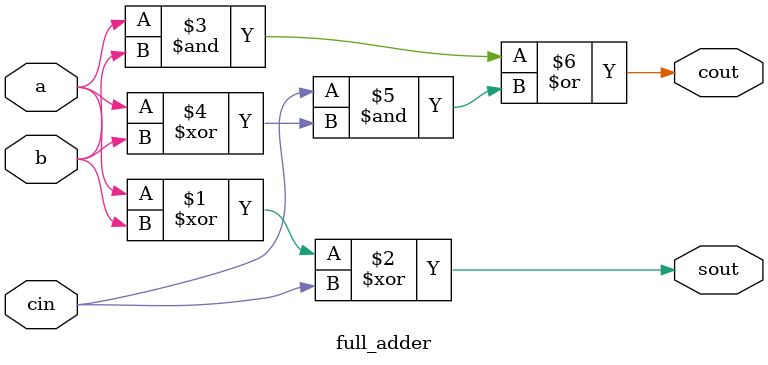
<source format=v>

`timescale 1ns / 1ps

module full_adder(
    input a, b, cin,
    output sout, cout
    );
    
    assign sout = a ^ b ^ cin;
    assign cout = (a&b) | cin&(a^b);
endmodule

</source>
